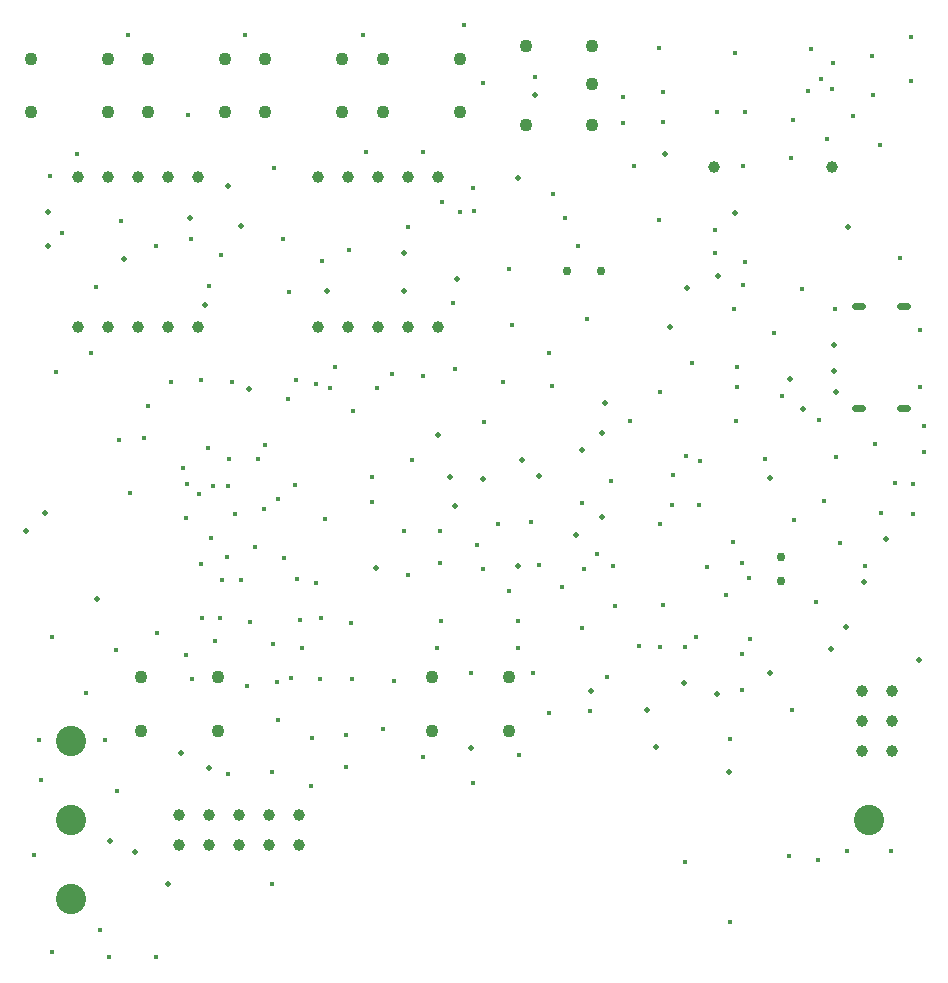
<source format=gbr>
%TF.GenerationSoftware,KiCad,Pcbnew,9.0.6-9.0.6~ubuntu24.04.1*%
%TF.CreationDate,2025-11-22T19:38:15+03:00*%
%TF.ProjectId,Dreamstalker-PRO-v2,44726561-6d73-4746-916c-6b65722d5052,2.4*%
%TF.SameCoordinates,Original*%
%TF.FileFunction,Plated,1,2,PTH,Mixed*%
%TF.FilePolarity,Positive*%
%FSLAX46Y46*%
G04 Gerber Fmt 4.6, Leading zero omitted, Abs format (unit mm)*
G04 Created by KiCad (PCBNEW 9.0.6-9.0.6~ubuntu24.04.1) date 2025-11-22 19:38:15*
%MOMM*%
%LPD*%
G01*
G04 APERTURE LIST*
%TA.AperFunction,ViaDrill*%
%ADD10C,0.381000*%
%TD*%
%TA.AperFunction,ViaDrill*%
%ADD11C,0.508000*%
%TD*%
G04 aperture for slot hole*
%TA.AperFunction,ComponentDrill*%
%ADD12C,0.600000*%
%TD*%
%TA.AperFunction,ComponentDrill*%
%ADD13C,0.750000*%
%TD*%
%TA.AperFunction,ComponentDrill*%
%ADD14C,1.000000*%
%TD*%
%TA.AperFunction,ComponentDrill*%
%ADD15C,1.100000*%
%TD*%
%TA.AperFunction,ComponentDrill*%
%ADD16C,2.560000*%
%TD*%
G04 APERTURE END LIST*
D10*
X92050000Y-113300000D03*
X92500000Y-103600000D03*
X92650000Y-107011210D03*
X93450000Y-55850000D03*
X93550000Y-121550000D03*
X93600000Y-94850000D03*
X93950000Y-72450000D03*
X94450000Y-60650000D03*
X95700000Y-54000000D03*
X96500000Y-99650000D03*
X96900000Y-70850000D03*
X97350000Y-65250000D03*
X97650000Y-119700000D03*
X98100000Y-103600000D03*
X98450000Y-122000000D03*
X99000000Y-96000000D03*
X99050000Y-107950000D03*
X99250000Y-78200000D03*
X99400000Y-59650000D03*
X100050000Y-43900000D03*
X100150000Y-82650000D03*
X101350002Y-78000000D03*
X101700000Y-75350000D03*
X102350000Y-61788790D03*
X102350000Y-122000000D03*
X102450000Y-94550000D03*
X103700000Y-73250000D03*
X104650000Y-80600000D03*
X104900000Y-96400000D03*
X104950000Y-84800000D03*
X105000000Y-81900000D03*
X105100000Y-50700000D03*
X105350000Y-61200000D03*
X105400000Y-98400000D03*
X106050000Y-82750000D03*
X106200000Y-73100000D03*
X106200000Y-88700000D03*
X106320000Y-93300000D03*
X106800000Y-78900000D03*
X106850000Y-65200000D03*
X107057296Y-86457296D03*
X107200000Y-82100000D03*
X107350000Y-95250000D03*
X107800000Y-93300000D03*
X107900000Y-62550000D03*
X107950000Y-90050000D03*
X108400000Y-88100000D03*
X108500000Y-82100000D03*
X108500000Y-106500000D03*
X108548704Y-79801296D03*
X108850000Y-73250000D03*
X109100000Y-84500000D03*
X109552902Y-90047098D03*
X109950000Y-43900000D03*
X110100000Y-99000000D03*
X110370000Y-93580000D03*
X110750000Y-87240000D03*
X111050000Y-79850000D03*
X111530000Y-84020000D03*
X111650000Y-78650000D03*
X112200000Y-106350000D03*
X112200000Y-115800000D03*
X112270000Y-95480000D03*
X112350000Y-55200000D03*
X112600000Y-98690000D03*
X112700000Y-83200000D03*
X112750000Y-101900000D03*
X113150000Y-61150000D03*
X113200000Y-88188790D03*
X113532105Y-74767895D03*
X113638790Y-65700000D03*
X113830000Y-98390000D03*
X114120000Y-82030000D03*
X114240000Y-73100000D03*
X114350000Y-89950000D03*
X114610000Y-93450000D03*
X114750000Y-95800000D03*
X115550000Y-107500000D03*
X115600000Y-103400000D03*
X115940000Y-73480000D03*
X115950000Y-90300000D03*
X116250000Y-98430000D03*
X116400000Y-93300000D03*
X116460000Y-63020000D03*
X116700000Y-84900000D03*
X117100000Y-73810000D03*
X117530000Y-71980000D03*
X118450000Y-103200000D03*
X118450000Y-105850000D03*
X118750000Y-62100000D03*
X118930000Y-93680000D03*
X119020000Y-98410000D03*
X119095000Y-75735000D03*
X119900000Y-43900000D03*
X120200000Y-53800000D03*
X120700000Y-83450000D03*
X120707201Y-81350000D03*
X121070000Y-73790000D03*
X121600000Y-102700000D03*
X122370000Y-72640000D03*
X122550000Y-98600000D03*
X123430000Y-85900000D03*
X123740000Y-89650000D03*
X123750000Y-60150000D03*
X124100000Y-79900000D03*
X125000000Y-53800000D03*
X125000000Y-72780000D03*
X125000000Y-105000000D03*
X126200000Y-95850000D03*
X126420000Y-88590000D03*
X126430000Y-85880000D03*
X126520000Y-93560000D03*
X126580000Y-58030000D03*
X127500000Y-66600000D03*
X127700000Y-72200000D03*
X128100000Y-58900000D03*
X128500000Y-43100000D03*
X129100000Y-97900000D03*
X129200000Y-107200000D03*
X129250000Y-56900000D03*
X129340000Y-58840000D03*
X129560000Y-87120000D03*
X130050000Y-48000000D03*
X130100000Y-89100000D03*
X130140000Y-76680000D03*
X131350000Y-85270000D03*
X131750000Y-73250000D03*
X132300000Y-63750000D03*
X132300000Y-90980000D03*
X132500000Y-68500000D03*
X133000000Y-95800000D03*
X133030000Y-93550000D03*
X133100000Y-104900000D03*
X134110000Y-85140000D03*
X134350000Y-97900000D03*
X134500000Y-47500000D03*
X134850000Y-88750000D03*
X135650000Y-70800000D03*
X135650000Y-101300000D03*
X135900000Y-73650000D03*
X135990000Y-57410000D03*
X136770000Y-90680000D03*
X137000000Y-59400000D03*
X138100000Y-61800000D03*
X138480000Y-83540000D03*
X138500000Y-94150000D03*
X138590000Y-89120000D03*
X138850000Y-67950000D03*
X139150000Y-101150000D03*
X139700000Y-87860000D03*
X140600000Y-98250000D03*
X140890000Y-81660000D03*
X141060000Y-88880000D03*
X141250000Y-92230000D03*
X141900000Y-49137500D03*
X141900000Y-51400000D03*
X142500000Y-76600000D03*
X142870000Y-55020000D03*
X143300000Y-95600000D03*
X144950000Y-59600000D03*
X145000000Y-45011200D03*
X145050000Y-74150000D03*
X145100000Y-85300000D03*
X145100000Y-95750000D03*
X145300000Y-48750000D03*
X145300000Y-92180000D03*
X145320000Y-51310000D03*
X146100000Y-83680000D03*
X146200000Y-81200000D03*
X147200000Y-95750000D03*
X147200000Y-113900000D03*
X147298757Y-79540973D03*
X147800000Y-71700000D03*
X148100000Y-94850000D03*
X148350000Y-83700000D03*
X148450000Y-80000000D03*
X149080000Y-88910000D03*
X149700000Y-60400000D03*
X149700000Y-62400000D03*
X149900000Y-50450000D03*
X150666988Y-91311199D03*
X151000000Y-103500000D03*
X151000000Y-119000000D03*
X151220000Y-86850000D03*
X151300000Y-67100000D03*
X151400000Y-45400000D03*
X151500000Y-76600000D03*
X151600000Y-71987500D03*
X151605000Y-73695000D03*
X152000000Y-99350000D03*
X152010000Y-96350000D03*
X152020000Y-88610000D03*
X152050000Y-55000000D03*
X152100000Y-65050000D03*
X152250000Y-50400000D03*
X152300000Y-63100000D03*
X152620000Y-89910000D03*
X152711200Y-95050000D03*
X153980000Y-79790000D03*
X154750000Y-69150000D03*
X155400000Y-74500000D03*
X156000000Y-113450000D03*
X156150000Y-54300000D03*
X156200000Y-101050000D03*
X156350000Y-51100000D03*
X156380000Y-84990000D03*
X157100000Y-65400000D03*
X157600000Y-48650000D03*
X157850000Y-45100000D03*
X158280000Y-91900000D03*
X158400000Y-113750000D03*
X158500000Y-76500000D03*
X158700000Y-47600000D03*
X158950000Y-83350000D03*
X159200000Y-52750000D03*
X159600000Y-48500000D03*
X159712893Y-46319093D03*
X159900000Y-67150000D03*
X159950000Y-79650000D03*
X160310000Y-86910000D03*
X160900000Y-113020000D03*
X161400000Y-50750000D03*
X162400000Y-88850000D03*
X163050000Y-45700000D03*
X163100000Y-49000000D03*
X163300000Y-78550000D03*
X163700000Y-53200000D03*
X163800000Y-84400000D03*
X164640000Y-113020000D03*
X165000000Y-81800000D03*
X165400000Y-62800000D03*
X166300000Y-44100000D03*
X166300000Y-47800000D03*
X166450000Y-81915801D03*
X166457124Y-84440801D03*
X167050000Y-68900000D03*
X167050000Y-73750000D03*
X167400000Y-77000000D03*
X167400000Y-79200000D03*
D11*
X91350000Y-85890000D03*
X93000000Y-84400000D03*
X93233000Y-58917000D03*
X93233000Y-61750000D03*
X97400000Y-91700000D03*
X98520000Y-112180000D03*
X99700000Y-62900000D03*
X100600000Y-113100000D03*
X103440000Y-115770000D03*
X104500000Y-104700000D03*
X105300000Y-59400000D03*
X106550000Y-66750000D03*
X106850000Y-106000000D03*
X108500000Y-56700000D03*
X109600000Y-60100000D03*
X110300000Y-73900000D03*
X116900000Y-65600000D03*
X121000000Y-89000000D03*
X123400000Y-62400000D03*
X123400000Y-65600000D03*
X126300000Y-77738200D03*
X127300000Y-81350000D03*
X127720000Y-83800000D03*
X127850000Y-64600000D03*
X129100000Y-104300000D03*
X130040000Y-81510000D03*
X133000000Y-56000000D03*
X133000000Y-88850000D03*
X133340000Y-79910000D03*
X134500000Y-49000000D03*
X134830000Y-81260000D03*
X137910000Y-86210000D03*
X138480000Y-79080000D03*
X139250000Y-99462500D03*
X140120000Y-84700000D03*
X140190000Y-77620000D03*
X140390000Y-75100000D03*
X143950000Y-101100000D03*
X144760000Y-104170000D03*
X145500000Y-54000000D03*
X145900000Y-68650000D03*
X147100000Y-98800000D03*
X147350000Y-65300000D03*
X149850000Y-99700000D03*
X149950000Y-64300000D03*
X150890000Y-106350000D03*
X151400000Y-58950000D03*
X154350000Y-81400000D03*
X154400000Y-97950000D03*
X156061300Y-73011800D03*
X157150000Y-75600000D03*
X159500000Y-95900000D03*
X159770000Y-70150000D03*
X159770000Y-72338200D03*
X160000000Y-74100000D03*
X160800000Y-94000000D03*
X161000000Y-60200000D03*
X162300000Y-90200000D03*
X164200000Y-86575000D03*
X166950000Y-96800000D03*
D12*
%TO.C,J5*%
X162180000Y-66880000D02*
X161580000Y-66880000D01*
X162180000Y-75520000D02*
X161580000Y-75520000D01*
X165980000Y-66880000D02*
X165380000Y-66880000D01*
X165980000Y-75520000D02*
X165380000Y-75520000D01*
D13*
%TO.C,MK1*%
X137200000Y-63850000D03*
X140100000Y-63850000D03*
%TO.C,J6*%
X155300000Y-88100000D03*
X155300000Y-90100000D03*
D14*
%TO.C,DS1*%
X95750000Y-55950000D03*
X95750000Y-68650000D03*
X98290000Y-55950000D03*
X98290000Y-68650000D03*
X100830000Y-55950000D03*
X100830000Y-68650000D03*
X103370000Y-55950000D03*
X103370000Y-68650000D03*
%TO.C,J2*%
X104300000Y-109960000D03*
X104300000Y-112500000D03*
%TO.C,DS1*%
X105910000Y-55950000D03*
X105910000Y-68650000D03*
%TO.C,J2*%
X106840000Y-109960000D03*
X106840000Y-112500000D03*
X109380000Y-109960000D03*
X109380000Y-112500000D03*
X111920000Y-109960000D03*
X111920000Y-112500000D03*
X114460000Y-109960000D03*
X114460000Y-112500000D03*
%TO.C,DS1*%
X116070000Y-55950000D03*
X116070000Y-68650000D03*
X118610000Y-55950000D03*
X118610000Y-68650000D03*
X121150000Y-55950000D03*
X121150000Y-68650000D03*
X123690000Y-55950000D03*
X123690000Y-68650000D03*
X126230000Y-55950000D03*
X126230000Y-68650000D03*
%TO.C,LS1*%
X149600000Y-55050000D03*
X159600000Y-55050000D03*
%TO.C,J1*%
X162200000Y-99450000D03*
X162200000Y-101990000D03*
X162200000Y-104530000D03*
X164740000Y-99450000D03*
X164740000Y-101990000D03*
X164740000Y-104530000D03*
D15*
%TO.C,SW1*%
X91850000Y-45950000D03*
X91850000Y-50450000D03*
X98350000Y-45950000D03*
X98350000Y-50450000D03*
%TO.C,SW3*%
X101100000Y-98300000D03*
X101100000Y-102800000D03*
%TO.C,SW2*%
X101750000Y-45950000D03*
X101750000Y-50450000D03*
%TO.C,SW3*%
X107600000Y-98300000D03*
X107600000Y-102800000D03*
%TO.C,SW2*%
X108250000Y-45950000D03*
X108250000Y-50450000D03*
%TO.C,SW5*%
X111650000Y-45950000D03*
X111650000Y-50450000D03*
X118150000Y-45950000D03*
X118150000Y-50450000D03*
%TO.C,SW6*%
X121650000Y-45950000D03*
X121650000Y-50450000D03*
%TO.C,SW4*%
X125750000Y-98300000D03*
X125750000Y-102800000D03*
%TO.C,SW6*%
X128150000Y-45950000D03*
X128150000Y-50450000D03*
%TO.C,SW4*%
X132250000Y-98300000D03*
X132250000Y-102800000D03*
%TO.C,J3*%
X133700000Y-44850000D03*
X133700000Y-51550000D03*
X139300000Y-44850000D03*
X139300000Y-48050000D03*
X139300000Y-51550000D03*
D16*
%TO.C,D3*%
X95200000Y-103650000D03*
%TO.C,D1*%
X95200000Y-110350000D03*
%TO.C,Q6*%
X95200000Y-117050000D03*
%TO.C,D2*%
X162750000Y-110350000D03*
M02*

</source>
